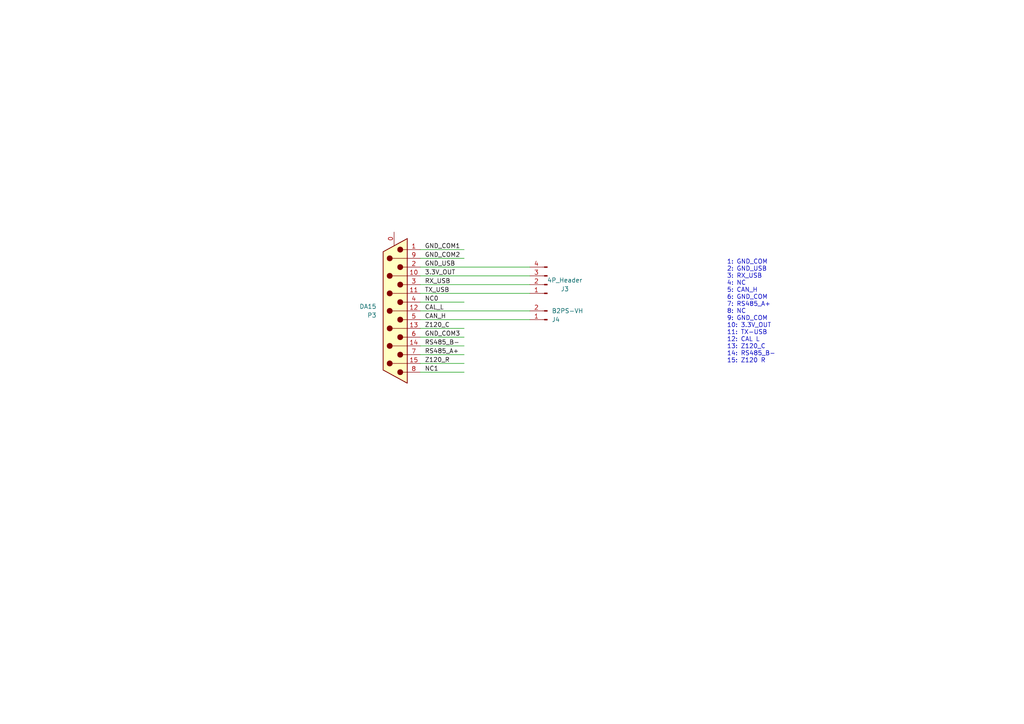
<source format=kicad_sch>
(kicad_sch (version 20230121) (generator eeschema)

  (uuid 982f3ef8-0476-4937-946f-4c922d7f21ea)

  (paper "A4")

  (lib_symbols
    (symbol "Connector:Conn_01x02_Pin" (pin_names (offset 1.016) hide) (in_bom yes) (on_board yes)
      (property "Reference" "J" (at 0 2.54 0)
        (effects (font (size 1.27 1.27)))
      )
      (property "Value" "Conn_01x02_Pin" (at 0 -5.08 0)
        (effects (font (size 1.27 1.27)))
      )
      (property "Footprint" "" (at 0 0 0)
        (effects (font (size 1.27 1.27)) hide)
      )
      (property "Datasheet" "~" (at 0 0 0)
        (effects (font (size 1.27 1.27)) hide)
      )
      (property "ki_locked" "" (at 0 0 0)
        (effects (font (size 1.27 1.27)))
      )
      (property "ki_keywords" "connector" (at 0 0 0)
        (effects (font (size 1.27 1.27)) hide)
      )
      (property "ki_description" "Generic connector, single row, 01x02, script generated" (at 0 0 0)
        (effects (font (size 1.27 1.27)) hide)
      )
      (property "ki_fp_filters" "Connector*:*_1x??_*" (at 0 0 0)
        (effects (font (size 1.27 1.27)) hide)
      )
      (symbol "Conn_01x02_Pin_1_1"
        (polyline
          (pts
            (xy 1.27 -2.54)
            (xy 0.8636 -2.54)
          )
          (stroke (width 0.1524) (type default))
          (fill (type none))
        )
        (polyline
          (pts
            (xy 1.27 0)
            (xy 0.8636 0)
          )
          (stroke (width 0.1524) (type default))
          (fill (type none))
        )
        (rectangle (start 0.8636 -2.413) (end 0 -2.667)
          (stroke (width 0.1524) (type default))
          (fill (type outline))
        )
        (rectangle (start 0.8636 0.127) (end 0 -0.127)
          (stroke (width 0.1524) (type default))
          (fill (type outline))
        )
        (pin passive line (at 5.08 0 180) (length 3.81)
          (name "Pin_1" (effects (font (size 1.27 1.27))))
          (number "1" (effects (font (size 1.27 1.27))))
        )
        (pin passive line (at 5.08 -2.54 180) (length 3.81)
          (name "Pin_2" (effects (font (size 1.27 1.27))))
          (number "2" (effects (font (size 1.27 1.27))))
        )
      )
    )
    (symbol "Connector:Conn_01x04_Pin" (pin_names (offset 1.016) hide) (in_bom yes) (on_board yes)
      (property "Reference" "J" (at 0 5.08 0)
        (effects (font (size 1.27 1.27)))
      )
      (property "Value" "Conn_01x04_Pin" (at 0 -7.62 0)
        (effects (font (size 1.27 1.27)))
      )
      (property "Footprint" "" (at 0 0 0)
        (effects (font (size 1.27 1.27)) hide)
      )
      (property "Datasheet" "~" (at 0 0 0)
        (effects (font (size 1.27 1.27)) hide)
      )
      (property "ki_locked" "" (at 0 0 0)
        (effects (font (size 1.27 1.27)))
      )
      (property "ki_keywords" "connector" (at 0 0 0)
        (effects (font (size 1.27 1.27)) hide)
      )
      (property "ki_description" "Generic connector, single row, 01x04, script generated" (at 0 0 0)
        (effects (font (size 1.27 1.27)) hide)
      )
      (property "ki_fp_filters" "Connector*:*_1x??_*" (at 0 0 0)
        (effects (font (size 1.27 1.27)) hide)
      )
      (symbol "Conn_01x04_Pin_1_1"
        (polyline
          (pts
            (xy 1.27 -5.08)
            (xy 0.8636 -5.08)
          )
          (stroke (width 0.1524) (type default))
          (fill (type none))
        )
        (polyline
          (pts
            (xy 1.27 -2.54)
            (xy 0.8636 -2.54)
          )
          (stroke (width 0.1524) (type default))
          (fill (type none))
        )
        (polyline
          (pts
            (xy 1.27 0)
            (xy 0.8636 0)
          )
          (stroke (width 0.1524) (type default))
          (fill (type none))
        )
        (polyline
          (pts
            (xy 1.27 2.54)
            (xy 0.8636 2.54)
          )
          (stroke (width 0.1524) (type default))
          (fill (type none))
        )
        (rectangle (start 0.8636 -4.953) (end 0 -5.207)
          (stroke (width 0.1524) (type default))
          (fill (type outline))
        )
        (rectangle (start 0.8636 -2.413) (end 0 -2.667)
          (stroke (width 0.1524) (type default))
          (fill (type outline))
        )
        (rectangle (start 0.8636 0.127) (end 0 -0.127)
          (stroke (width 0.1524) (type default))
          (fill (type outline))
        )
        (rectangle (start 0.8636 2.667) (end 0 2.413)
          (stroke (width 0.1524) (type default))
          (fill (type outline))
        )
        (pin passive line (at 5.08 2.54 180) (length 3.81)
          (name "Pin_1" (effects (font (size 1.27 1.27))))
          (number "1" (effects (font (size 1.27 1.27))))
        )
        (pin passive line (at 5.08 0 180) (length 3.81)
          (name "Pin_2" (effects (font (size 1.27 1.27))))
          (number "2" (effects (font (size 1.27 1.27))))
        )
        (pin passive line (at 5.08 -2.54 180) (length 3.81)
          (name "Pin_3" (effects (font (size 1.27 1.27))))
          (number "3" (effects (font (size 1.27 1.27))))
        )
        (pin passive line (at 5.08 -5.08 180) (length 3.81)
          (name "Pin_4" (effects (font (size 1.27 1.27))))
          (number "4" (effects (font (size 1.27 1.27))))
        )
      )
    )
    (symbol "Connector:DA15_Plug_MountingHoles" (pin_names (offset 1.016) hide) (in_bom yes) (on_board yes)
      (property "Reference" "J" (at 0 24.13 0)
        (effects (font (size 1.27 1.27)))
      )
      (property "Value" "DA15_Plug_MountingHoles" (at 0 22.225 0)
        (effects (font (size 1.27 1.27)))
      )
      (property "Footprint" "" (at 0 0 0)
        (effects (font (size 1.27 1.27)) hide)
      )
      (property "Datasheet" " ~" (at 0 0 0)
        (effects (font (size 1.27 1.27)) hide)
      )
      (property "ki_keywords" "male plug D-SUB connector" (at 0 0 0)
        (effects (font (size 1.27 1.27)) hide)
      )
      (property "ki_description" "15-pin male plug pin D-SUB connector (low-density/2 columns), Mounting Hole" (at 0 0 0)
        (effects (font (size 1.27 1.27)) hide)
      )
      (property "ki_fp_filters" "DSUB*Male*" (at 0 0 0)
        (effects (font (size 1.27 1.27)) hide)
      )
      (symbol "DA15_Plug_MountingHoles_0_1"
        (circle (center -1.778 -17.78) (radius 0.762)
          (stroke (width 0) (type default))
          (fill (type outline))
        )
        (circle (center -1.778 -12.7) (radius 0.762)
          (stroke (width 0) (type default))
          (fill (type outline))
        )
        (circle (center -1.778 -7.62) (radius 0.762)
          (stroke (width 0) (type default))
          (fill (type outline))
        )
        (circle (center -1.778 -2.54) (radius 0.762)
          (stroke (width 0) (type default))
          (fill (type outline))
        )
        (circle (center -1.778 2.54) (radius 0.762)
          (stroke (width 0) (type default))
          (fill (type outline))
        )
        (circle (center -1.778 7.62) (radius 0.762)
          (stroke (width 0) (type default))
          (fill (type outline))
        )
        (circle (center -1.778 12.7) (radius 0.762)
          (stroke (width 0) (type default))
          (fill (type outline))
        )
        (circle (center -1.778 17.78) (radius 0.762)
          (stroke (width 0) (type default))
          (fill (type outline))
        )
        (polyline
          (pts
            (xy -3.81 -17.78)
            (xy -2.54 -17.78)
          )
          (stroke (width 0) (type default))
          (fill (type none))
        )
        (polyline
          (pts
            (xy -3.81 -15.24)
            (xy 0.508 -15.24)
          )
          (stroke (width 0) (type default))
          (fill (type none))
        )
        (polyline
          (pts
            (xy -3.81 -12.7)
            (xy -2.54 -12.7)
          )
          (stroke (width 0) (type default))
          (fill (type none))
        )
        (polyline
          (pts
            (xy -3.81 -10.16)
            (xy 0.508 -10.16)
          )
          (stroke (width 0) (type default))
          (fill (type none))
        )
        (polyline
          (pts
            (xy -3.81 -7.62)
            (xy -2.54 -7.62)
          )
          (stroke (width 0) (type default))
          (fill (type none))
        )
        (polyline
          (pts
            (xy -3.81 -5.08)
            (xy 0.508 -5.08)
          )
          (stroke (width 0) (type default))
          (fill (type none))
        )
        (polyline
          (pts
            (xy -3.81 -2.54)
            (xy -2.54 -2.54)
          )
          (stroke (width 0) (type default))
          (fill (type none))
        )
        (polyline
          (pts
            (xy -3.81 0)
            (xy 0.508 0)
          )
          (stroke (width 0) (type default))
          (fill (type none))
        )
        (polyline
          (pts
            (xy -3.81 2.54)
            (xy -2.54 2.54)
          )
          (stroke (width 0) (type default))
          (fill (type none))
        )
        (polyline
          (pts
            (xy -3.81 5.08)
            (xy 0.508 5.08)
          )
          (stroke (width 0) (type default))
          (fill (type none))
        )
        (polyline
          (pts
            (xy -3.81 7.62)
            (xy -2.54 7.62)
          )
          (stroke (width 0) (type default))
          (fill (type none))
        )
        (polyline
          (pts
            (xy -3.81 10.16)
            (xy 0.508 10.16)
          )
          (stroke (width 0) (type default))
          (fill (type none))
        )
        (polyline
          (pts
            (xy -3.81 12.7)
            (xy -2.54 12.7)
          )
          (stroke (width 0) (type default))
          (fill (type none))
        )
        (polyline
          (pts
            (xy -3.81 15.24)
            (xy 0.508 15.24)
          )
          (stroke (width 0) (type default))
          (fill (type none))
        )
        (polyline
          (pts
            (xy -3.81 17.78)
            (xy -2.54 17.78)
          )
          (stroke (width 0) (type default))
          (fill (type none))
        )
        (polyline
          (pts
            (xy -3.81 -20.955)
            (xy 3.175 -17.145)
            (xy 3.175 17.145)
            (xy -3.81 20.955)
            (xy -3.81 -20.955)
          )
          (stroke (width 0.254) (type default))
          (fill (type background))
        )
        (circle (center 1.27 -15.24) (radius 0.762)
          (stroke (width 0) (type default))
          (fill (type outline))
        )
        (circle (center 1.27 -10.16) (radius 0.762)
          (stroke (width 0) (type default))
          (fill (type outline))
        )
        (circle (center 1.27 -5.08) (radius 0.762)
          (stroke (width 0) (type default))
          (fill (type outline))
        )
        (circle (center 1.27 0) (radius 0.762)
          (stroke (width 0) (type default))
          (fill (type outline))
        )
        (circle (center 1.27 5.08) (radius 0.762)
          (stroke (width 0) (type default))
          (fill (type outline))
        )
        (circle (center 1.27 10.16) (radius 0.762)
          (stroke (width 0) (type default))
          (fill (type outline))
        )
        (circle (center 1.27 15.24) (radius 0.762)
          (stroke (width 0) (type default))
          (fill (type outline))
        )
      )
      (symbol "DA15_Plug_MountingHoles_1_1"
        (pin passive line (at 0 -22.86 90) (length 3.81)
          (name "PAD" (effects (font (size 1.27 1.27))))
          (number "0" (effects (font (size 1.27 1.27))))
        )
        (pin passive line (at -7.62 -17.78 0) (length 3.81)
          (name "1" (effects (font (size 1.27 1.27))))
          (number "1" (effects (font (size 1.27 1.27))))
        )
        (pin passive line (at -7.62 -10.16 0) (length 3.81)
          (name "P10" (effects (font (size 1.27 1.27))))
          (number "10" (effects (font (size 1.27 1.27))))
        )
        (pin passive line (at -7.62 -5.08 0) (length 3.81)
          (name "P111" (effects (font (size 1.27 1.27))))
          (number "11" (effects (font (size 1.27 1.27))))
        )
        (pin passive line (at -7.62 0 0) (length 3.81)
          (name "P12" (effects (font (size 1.27 1.27))))
          (number "12" (effects (font (size 1.27 1.27))))
        )
        (pin passive line (at -7.62 5.08 0) (length 3.81)
          (name "P13" (effects (font (size 1.27 1.27))))
          (number "13" (effects (font (size 1.27 1.27))))
        )
        (pin passive line (at -7.62 10.16 0) (length 3.81)
          (name "P14" (effects (font (size 1.27 1.27))))
          (number "14" (effects (font (size 1.27 1.27))))
        )
        (pin passive line (at -7.62 15.24 0) (length 3.81)
          (name "P15" (effects (font (size 1.27 1.27))))
          (number "15" (effects (font (size 1.27 1.27))))
        )
        (pin passive line (at -7.62 -12.7 0) (length 3.81)
          (name "2" (effects (font (size 1.27 1.27))))
          (number "2" (effects (font (size 1.27 1.27))))
        )
        (pin passive line (at -7.62 -7.62 0) (length 3.81)
          (name "3" (effects (font (size 1.27 1.27))))
          (number "3" (effects (font (size 1.27 1.27))))
        )
        (pin passive line (at -7.62 -2.54 0) (length 3.81)
          (name "4" (effects (font (size 1.27 1.27))))
          (number "4" (effects (font (size 1.27 1.27))))
        )
        (pin passive line (at -7.62 2.54 0) (length 3.81)
          (name "5" (effects (font (size 1.27 1.27))))
          (number "5" (effects (font (size 1.27 1.27))))
        )
        (pin passive line (at -7.62 7.62 0) (length 3.81)
          (name "6" (effects (font (size 1.27 1.27))))
          (number "6" (effects (font (size 1.27 1.27))))
        )
        (pin passive line (at -7.62 12.7 0) (length 3.81)
          (name "7" (effects (font (size 1.27 1.27))))
          (number "7" (effects (font (size 1.27 1.27))))
        )
        (pin passive line (at -7.62 17.78 0) (length 3.81)
          (name "8" (effects (font (size 1.27 1.27))))
          (number "8" (effects (font (size 1.27 1.27))))
        )
        (pin passive line (at -7.62 -15.24 0) (length 3.81)
          (name "P9" (effects (font (size 1.27 1.27))))
          (number "9" (effects (font (size 1.27 1.27))))
        )
      )
    )
  )


  (wire (pts (xy 121.92 87.63) (xy 134.62 87.63))
    (stroke (width 0) (type default))
    (uuid 06637527-4a18-4733-8292-27bd9321679f)
  )
  (wire (pts (xy 121.92 80.01) (xy 153.67 80.01))
    (stroke (width 0) (type default))
    (uuid 14fdfb03-ab22-42c0-90da-5f03bd0f2e64)
  )
  (wire (pts (xy 121.92 90.17) (xy 153.67 90.17))
    (stroke (width 0) (type default))
    (uuid 18b51bfe-e726-4cf9-ab3f-799936126192)
  )
  (wire (pts (xy 121.92 100.33) (xy 134.62 100.33))
    (stroke (width 0) (type default))
    (uuid 40ee40a0-95a8-4aab-92ea-41f05536fe30)
  )
  (wire (pts (xy 121.92 72.39) (xy 134.62 72.39))
    (stroke (width 0) (type default))
    (uuid 47e71d92-94d7-4dfa-a686-bacfdd02dae8)
  )
  (wire (pts (xy 121.92 107.95) (xy 134.62 107.95))
    (stroke (width 0) (type default))
    (uuid 6c451026-f277-4783-aee8-d1d852c35165)
  )
  (wire (pts (xy 121.92 77.47) (xy 153.67 77.47))
    (stroke (width 0) (type default))
    (uuid bb821ba5-e7b7-4546-8853-365ecda537f3)
  )
  (wire (pts (xy 121.92 85.09) (xy 153.67 85.09))
    (stroke (width 0) (type default))
    (uuid bddaf2b6-917a-458f-9b35-4e43a9235bd6)
  )
  (wire (pts (xy 121.92 82.55) (xy 153.67 82.55))
    (stroke (width 0) (type default))
    (uuid c9930456-fb0f-4c5c-bdfa-9b54e8495482)
  )
  (wire (pts (xy 121.92 105.41) (xy 134.62 105.41))
    (stroke (width 0) (type default))
    (uuid cd2e9a2c-8630-4e62-8575-45bc180c1076)
  )
  (wire (pts (xy 121.92 92.71) (xy 153.67 92.71))
    (stroke (width 0) (type default))
    (uuid cd9ea3ac-53f0-465e-9f99-a72379298de9)
  )
  (wire (pts (xy 121.92 74.93) (xy 134.62 74.93))
    (stroke (width 0) (type default))
    (uuid d05f5fad-03fa-471d-acff-66e0e559129c)
  )
  (wire (pts (xy 121.92 102.87) (xy 134.62 102.87))
    (stroke (width 0) (type default))
    (uuid f5e36636-9cb7-4e0e-a06a-9f8c46570ac5)
  )
  (wire (pts (xy 121.92 97.79) (xy 134.62 97.79))
    (stroke (width 0) (type default))
    (uuid f77fe583-47ad-4698-a7a8-c6ed89955870)
  )
  (wire (pts (xy 121.92 95.25) (xy 134.62 95.25))
    (stroke (width 0) (type default))
    (uuid f8848865-7197-4c99-9eb1-01335f07ec36)
  )

  (text "1: GND_COM\n2: GND_USB\n3: RX_USB\n4: NC\n5: CAN_H\n6: GND_COM\n7: RS485_A+\n8: NC\n9: GND_COM\n10: 3.3V_OUT\n11: TX-USB\n12: CAL L\n13: Z120_C\n14: RS485_B-\n15: Z120 R"
    (at 210.82 105.41 0)
    (effects (font (size 1.27 1.27)) (justify left bottom))
    (uuid e0a53347-f9b6-44f9-bdab-999d8eeb5070)
  )

  (label "GND_COM1" (at 123.19 72.39 0) (fields_autoplaced)
    (effects (font (size 1.27 1.27)) (justify left bottom))
    (uuid 0e45c30d-b24e-413a-9923-89a8752de9cd)
  )
  (label "RS485_A+" (at 123.19 102.87 0) (fields_autoplaced)
    (effects (font (size 1.27 1.27)) (justify left bottom))
    (uuid 124348d2-3a6f-4649-a78a-5eb988afaa0d)
  )
  (label "RS485_B-" (at 123.19 100.33 0) (fields_autoplaced)
    (effects (font (size 1.27 1.27)) (justify left bottom))
    (uuid 3be9160c-805f-4a88-a20d-9fe930ad85dc)
  )
  (label "GND_COM2" (at 123.19 74.93 0) (fields_autoplaced)
    (effects (font (size 1.27 1.27)) (justify left bottom))
    (uuid 480b2868-f3a0-4ee1-9dca-6a42801f8b39)
  )
  (label "RX_USB" (at 123.19 82.55 0) (fields_autoplaced)
    (effects (font (size 1.27 1.27)) (justify left bottom))
    (uuid 4c11afb4-af2a-48cd-8a10-95527087397f)
  )
  (label "TX_USB" (at 123.19 85.09 0) (fields_autoplaced)
    (effects (font (size 1.27 1.27)) (justify left bottom))
    (uuid 732697b7-e752-4948-ace9-26259bda606a)
  )
  (label "CAL_L" (at 123.19 90.17 0) (fields_autoplaced)
    (effects (font (size 1.27 1.27)) (justify left bottom))
    (uuid 985ed123-c18c-4e9c-be11-23abb5131b69)
  )
  (label "NC0" (at 123.19 87.63 0) (fields_autoplaced)
    (effects (font (size 1.27 1.27)) (justify left bottom))
    (uuid b14066ec-0e5c-4b49-9f7b-b137090d8f62)
  )
  (label "3.3V_OUT" (at 123.19 80.01 0) (fields_autoplaced)
    (effects (font (size 1.27 1.27)) (justify left bottom))
    (uuid b5a63b07-a795-45cc-a62a-d7f500874c20)
  )
  (label "Z120_R" (at 123.19 105.41 0) (fields_autoplaced)
    (effects (font (size 1.27 1.27)) (justify left bottom))
    (uuid bbfa6a90-4285-4e55-9ca9-cafda6814b2f)
  )
  (label "Z120_C" (at 123.19 95.25 0) (fields_autoplaced)
    (effects (font (size 1.27 1.27)) (justify left bottom))
    (uuid bf4fde27-d286-482f-bc4b-aecd0a1e626c)
  )
  (label "GND_COM3" (at 123.19 97.79 0) (fields_autoplaced)
    (effects (font (size 1.27 1.27)) (justify left bottom))
    (uuid d6117f00-9b44-4319-8b27-28c066e2b360)
  )
  (label "CAN_H" (at 123.19 92.71 0) (fields_autoplaced)
    (effects (font (size 1.27 1.27)) (justify left bottom))
    (uuid e18164ee-1ccc-4db3-a129-5a8748b433d8)
  )
  (label "NC1" (at 123.19 107.95 0) (fields_autoplaced)
    (effects (font (size 1.27 1.27)) (justify left bottom))
    (uuid f5046eed-84c6-43b4-a99a-7c816187b6b0)
  )
  (label "GND_USB" (at 123.19 77.47 0) (fields_autoplaced)
    (effects (font (size 1.27 1.27)) (justify left bottom))
    (uuid f593c75c-b48a-4cef-a108-eb2ac6b0ccad)
  )

  (symbol (lib_id "Connector:Conn_01x04_Pin") (at 158.75 82.55 180) (unit 1)
    (in_bom yes) (on_board yes) (dnp no)
    (uuid 30c26744-9a31-4396-8cf0-1783834755c1)
    (property "Reference" "J3" (at 163.83 83.82 0)
      (effects (font (size 1.27 1.27)))
    )
    (property "Value" "4P_Header" (at 163.83 81.28 0)
      (effects (font (size 1.27 1.27)))
    )
    (property "Footprint" "Connector_PinHeader_2.54mm:PinHeader_1x04_P2.54mm_Vertical" (at 158.75 82.55 0)
      (effects (font (size 1.27 1.27)) hide)
    )
    (property "Datasheet" "~" (at 158.75 82.55 0)
      (effects (font (size 1.27 1.27)) hide)
    )
    (pin "2" (uuid b3ff69b6-b74a-408d-9a6d-70313a633eaa))
    (pin "4" (uuid 2c13da75-b023-4d13-92ef-23931e391925))
    (pin "1" (uuid dbebdfd5-b05f-4f9f-bdd9-8f4d4633fd6b))
    (pin "3" (uuid 9a6b0692-0cde-4fe6-8c7a-96cdc5f3b18a))
    (instances
      (project "P3_DSUB15_Male_V1"
        (path "/982f3ef8-0476-4937-946f-4c922d7f21ea"
          (reference "J3") (unit 1)
        )
      )
    )
  )

  (symbol (lib_id "Connector:Conn_01x02_Pin") (at 158.75 92.71 180) (unit 1)
    (in_bom yes) (on_board yes) (dnp no)
    (uuid db079a65-c7e9-4e79-a278-6e04d6009e11)
    (property "Reference" "J4" (at 160.02 92.71 0)
      (effects (font (size 1.27 1.27)) (justify right))
    )
    (property "Value" "B2PS-VH" (at 160.02 90.17 0)
      (effects (font (size 1.27 1.27)) (justify right))
    )
    (property "Footprint" "Connector_JST:JST_VH_B2PS-VH_1x02_P3.96mm_Horizontal" (at 158.75 92.71 0)
      (effects (font (size 1.27 1.27)) hide)
    )
    (property "Datasheet" "~" (at 158.75 92.71 0)
      (effects (font (size 1.27 1.27)) hide)
    )
    (pin "1" (uuid 6c9a0856-5322-46e9-ac0a-93db8f7f5c1b))
    (pin "2" (uuid 1a096605-a74b-4db0-83be-bfd9a080c6b6))
    (instances
      (project "P3_DSUB15_Male_V1"
        (path "/982f3ef8-0476-4937-946f-4c922d7f21ea"
          (reference "J4") (unit 1)
        )
      )
    )
  )

  (symbol (lib_id "Connector:DA15_Plug_MountingHoles") (at 114.3 90.17 180) (unit 1)
    (in_bom yes) (on_board yes) (dnp no)
    (uuid e2eb420d-ca89-42df-978c-885edc919b78)
    (property "Reference" "P3" (at 109.22 91.44 0)
      (effects (font (size 1.27 1.27)) (justify left))
    )
    (property "Value" "DA15" (at 109.22 88.9 0)
      (effects (font (size 1.27 1.27)) (justify left))
    )
    (property "Footprint" "Connector_Dsub:DSUB-15_Male_EdgeMount_P2.77mm_1" (at 114.3 90.17 0)
      (effects (font (size 1.27 1.27)) hide)
    )
    (property "Datasheet" " ~" (at 114.3 90.17 0)
      (effects (font (size 1.27 1.27)) hide)
    )
    (pin "2" (uuid d91437de-e782-4cc7-952e-2cca3af8cde3))
    (pin "4" (uuid c8cc0089-ed93-41d7-ba1e-0dc1371b68bf))
    (pin "10" (uuid 31f8d079-f0bc-4801-bdd0-948c189e4e0f))
    (pin "13" (uuid 6e0d914f-38cf-45a7-9e3e-0660d769c5cd))
    (pin "12" (uuid 96cce9e8-fcb3-4728-b2a8-2743ba0bef64))
    (pin "14" (uuid 0d8fe31a-bf65-40fc-a5f6-ca62eb487fa4))
    (pin "1" (uuid 6f57fd4e-797a-417d-8543-0732aac7b5bb))
    (pin "8" (uuid 8dc3c079-4bd3-4ab6-a548-e964fa91d696))
    (pin "6" (uuid 4c7a590d-014f-4cef-bdfc-84944415838d))
    (pin "9" (uuid 90d2f88e-7dfe-4b4d-bf55-0bbb330e8b17))
    (pin "15" (uuid 370a2154-5602-42b0-bd5f-4e4ba197dcab))
    (pin "0" (uuid 3980aac1-ec72-4a37-9f28-bd7e9f7a6729))
    (pin "11" (uuid 2f0a3412-4653-4fb3-96d7-20cc51b5fa0b))
    (pin "3" (uuid 25ed5c1e-699f-4b6d-a6b8-968041b59846))
    (pin "7" (uuid fdbba010-87c9-44a0-aec1-22cd2ba258c9))
    (pin "5" (uuid f15cca4b-1465-4717-ba22-514e897afc51))
    (instances
      (project "P3_DSUB15_Male_V1"
        (path "/982f3ef8-0476-4937-946f-4c922d7f21ea"
          (reference "P3") (unit 1)
        )
      )
    )
  )

  (sheet_instances
    (path "/" (page "1"))
  )
)

</source>
